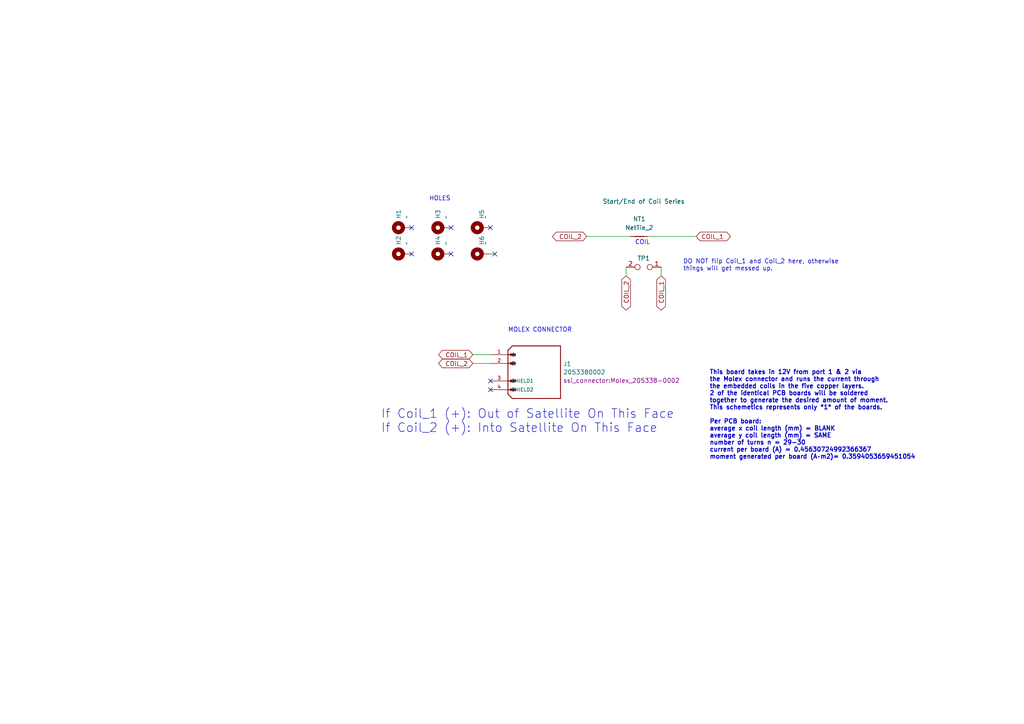
<source format=kicad_sch>
(kicad_sch (version 20231120) (generator "eeschema") (generator_version "8.0")
  (paper "A4")
  (title_block (title "Magneton") (date "2024-11-09") (rev "2.0") (comment 1 "Designed by: Eric Liu"))
  (lib_symbols
    (symbol "Device:NetTie_2" (pin_numbers hide) (pin_names (offset 0) hide) (in_bom no)
      (property "Reference" "NT" (at 0 1.27 0))
      (property "Value" "NetTie_2" (at 0 -1.27 0))
      (symbol "NetTie_2_0_1"
        (polyline (pts (xy -1.27 0) (xy 1.27 0)) (stroke (width 0.254)))
      )
      (symbol "NetTie_2_1_1"
        (pin passive line (at -2.54 0 0) (length 2.54) (name "1") (number "1"))
        (pin passive line (at 2.54 0 180) (length 2.54) (name "2") (number "2"))
      )
    )
    (symbol "Mechanical:MountingHole_Pad" (pin_numbers hide) (pin_names (offset 1.016) hide)
      (property "Reference" "H" (at 0 6.35 0))
      (property "Value" "MountingHole_Pad" (at 0 4.445 0))
      (symbol "MountingHole_Pad_0_1"
        (circle (center 0 1.27) (radius 1.27) (stroke (width 1.27)))
      )
      (symbol "MountingHole_Pad_1_1"
        (pin input line (at 0 -2.54 90) (length 2.54) (name "1") (number "1"))
      )
    )
    (symbol "ssi_connector:205338-0002" (pin_names (offset 1.016))
      (property "Reference" "J*" (at 8.89 2.54 0))
      (property "Value" "205338-0002" (at 8.89 0 0))
      (property "Footprint" "ssi_connector:Molex_205338-0002" (at 8.89 -2.54 0))
      (symbol "205338-0002_0_0"
        (rectangle (start -6.985 -5.3975) (end -5.3975 -4.7625) (stroke (width 0.1)) (fill (type outline)))
        (rectangle (start -6.985 -2.8575) (end -5.3975 -2.2225) (stroke (width 0.1)) (fill (type outline)))
        (rectangle (start -6.985 2.2225) (end -5.3975 2.8575) (stroke (width 0.1)) (fill (type outline)))
        (rectangle (start -6.985 4.7625) (end -5.3975 5.3975) (stroke (width 0.1)) (fill (type outline)))
        (polyline (pts (xy -7.62 -6.35) (xy -6.35 -7.62)) (stroke (width 0.254)))
        (polyline (pts (xy -7.62 -5.08) (xy -5.715 -5.08)) (stroke (width 0.254)))
        (polyline (pts (xy -7.62 -2.54) (xy -5.715 -2.54)) (stroke (width 0.254)))
        (polyline (pts (xy -7.62 2.54) (xy -5.715 2.54)) (stroke (width 0.254)))
        (polyline (pts (xy -7.62 5.08) (xy -5.715 5.08)) (stroke (width 0.254)))
        (polyline (pts (xy -7.62 6.35) (xy -7.62 -6.35)) (stroke (width 0.254)))
        (polyline (pts (xy -7.62 6.35) (xy -6.35 7.62)) (stroke (width 0.254)))
        (polyline (pts (xy -6.35 -7.62) (xy 7.62 -7.62)) (stroke (width 0.254)))
        (polyline (pts (xy 7.62 -7.62) (xy 7.62 7.62)) (stroke (width 0.254)))
        (polyline (pts (xy 7.62 7.62) (xy -6.35 7.62)) (stroke (width 0.254)))
        (pin passive line (at -12.7 5.08 0) (length 5.08) (name "1") (number "1"))
        (pin passive line (at -12.7 2.54 0) (length 5.08) (name "2") (number "2"))
        (pin passive line (at -12.7 -2.54 0) (length 5.08) (name "SHIELD1") (number "3"))
        (pin passive line (at -12.7 -5.08 0) (length 5.08) (name "SHIELD2") (number "4"))
      )
    )
    (symbol "ssi_connector:TestPointConnection" (pin_names (offset 0.762) hide)
      (property "Reference" "TP" (at 0 1.524 0))
      (property "Value" "TestPointConnection" (at 0 -1.778 0))
      (symbol "TestPointConnection_0_1"
        (circle (center -1.778 0) (radius 0.762))
        (circle (center 1.778 0) (radius 0.762))
        (pin passive line (at -5.08 0 0) (length 2.54) (name "1") (number "1"))
        (pin passive line (at 5.08 0 180) (length 2.54) (name "2") (number "2"))
      )
    )
  )
  (no_connect (at 130.81 66.04))
  (no_connect (at 119.38 66.04))
  (no_connect (at 130.81 73.66))
  (no_connect (at 142.24 113.03))
  (no_connect (at 143.51 73.66))
  (no_connect (at 142.24 110.49))
  (no_connect (at 142.24 66.04))
  (no_connect (at 119.38 73.66))
  (wire (pts (xy 191.77 80.01) (xy 191.77 77.47)))
  (wire (pts (xy 137.16 102.87) (xy 142.24 102.87)))
  (wire (pts (xy 201.93 68.58) (xy 187.96 68.58)))
  (wire (pts (xy 181.61 80.01) (xy 181.61 77.47)))
  (wire (pts (xy 143.51 73.66) (xy 142.24 73.66)))
  (wire (pts (xy 170.18 68.58) (xy 182.88 68.58)))
  (wire (pts (xy 137.16 105.41) (xy 142.24 105.41)))
  (text "If Coil_1 (+): Out of Satellite On This Face\nIf Coil_2 (+): Into Satellite On This Face" (at 110.49 125.73 0) (effects (font (size 2.54 2.54)) (justify left bottom)))
  (text "MOLEX CONNECTOR\n" (at 147.32 96.52 0) (effects (font (size 1.27 1.27)) (justify left bottom)))
  (text "This board takes in 12V from port 1 & 2 via \nthe Molex connector and runs the current through \nthe embedded coils in the five copper layers. \n2 of the identical PCB boards will be soldered \ntogether to generate the desired amount of moment. \nThis schemetics represents only *1* of the boards. \n\nPer PCB board: \naverage x coil length (mm) = BLANK\naverage y coil length (mm) = SAME\nnumber of turns n = 29-30\ncurrent per board (A) = 0.45630724992366367\nmoment generated per board (A⋅m2)= 0.3594053659451054" (at 205.74 133.35 0) (effects (font (size 1.27 1.27) (thickness 0.254) (bold yes)) (justify left bottom)))
  (text "COIL" (at 184.15 71.12 0) (effects (font (size 1.27 1.27)) (justify left bottom)))
  (text "DO NOT flip Coil_1 and Coil_2 here, otherwise\nthings will get messed up." (at 198.12 78.74 0) (effects (font (size 1.27 1.27)) (justify left bottom)))
  (text "HOLES" (at 124.46 58.42 0) (effects (font (size 1.27 1.27)) (justify left bottom)))
  (global_label "COIL_2" (shape bidirectional) (at 137.16 105.41 180) (property "Intersheetrefs" "${INTERSHEET_REFS}" (effects (hide yes))))
  (global_label "COIL_1" (shape bidirectional) (at 137.16 102.87 180) (property "Intersheetrefs" "${INTERSHEET_REFS}" (effects (hide yes))))
  (global_label "COIL_2" (shape bidirectional) (at 170.18 68.58 180) (property "Intersheetrefs" "${INTERSHEET_REFS}" (effects (hide yes))))
  (global_label "COIL_2" (shape bidirectional) (at 181.61 80.01 270) (property "Intersheetrefs" "${INTERSHEET_REFS}" (effects (hide yes))))
  (global_label "COIL_1" (shape bidirectional) (at 191.77 80.01 270) (property "Intersheetrefs" "${INTERSHEET_REFS}" (effects (hide yes))))
  (global_label "COIL_1" (shape bidirectional) (at 201.93 68.58 0) (property "Intersheetrefs" "${INTERSHEET_REFS}" (effects (hide yes))))
  (symbol (lib_id "Device:NetTie_2") (at 185.42 68.58 0) (unit 1) (in_bom no)
    (property "Reference" "NT1" (at 185.42 63.5 0))
    (property "Value" "NetTie_2" (at 185.42 66.04 0))
    (property "Footprint" "NetTie:NetTie-2_SMD_Pad0.5mm" (effects (hide yes)))
  )
  (symbol (lib_id "ssi_connector:TestPointConnection") (at 186.69 77.47 180) (unit 1)
    (property "Reference" "TP1" (at 186.69 74.93 0))
    (property "Value" "Start/End of Coil Series" (at 186.69 58.42 0))
    (property "Footprint" "ssi_connector:TestPointConnection" (effects (hide yes)))
    (property "Description" "2-polar test point" (effects (hide yes)))
  )
  (symbol (lib_id "ssi_connector:205338-0002") (at 154.94 107.95 0) (unit 1)
    (property "Reference" "J1" (at 163.322 105.5257 0) (effects (justify left)))
    (property "Value" "2053380002" (at 163.322 107.95 0) (effects (justify left)))
    (property "Footprint" "ssi_connector:Molex_205338-0002" (at 163.322 110.3743 0) (effects (justify left)))
    (property "PARTREV" "B" (effects (hide yes)))
    (property "STANDARD" "Manufacturer Recommendations" (effects (hide yes)))
    (property "MAXIMUM_PACKAGE_HEIGHT" "2.6 mm" (effects (hide yes)))
    (property "MANUFACTURER" "Molex" (effects (hide yes)))
  )
  (symbol (lib_id "Mechanical:MountingHole_Pad") (at 139.7 73.66 90) (unit 1) (in_bom no)
    (property "Reference" "H6" (at 139.7254 71.12 0) (effects (justify left)))
    (property "Value" "~" (at 140.7668 71.12 0) (effects (justify left)))
    (property "Footprint" "MountingHole:MountingHole_2.2mm_M2_DIN965_Pad_TopBottom" (effects (hide yes)))
  )
  (symbol (lib_id "Mechanical:MountingHole_Pad") (at 128.27 66.04 90) (unit 1) (in_bom no)
    (property "Reference" "H3" (at 127.0254 63.5 0) (effects (justify left)))
    (property "Value" "~" (at 129.3368 63.5 0) (effects (justify left)))
    (property "Footprint" "MountingHole:MountingHole_2.2mm_M2_DIN965_Pad_TopBottom" (effects (hide yes)))
  )
  (symbol (lib_id "Mechanical:MountingHole_Pad") (at 116.84 73.66 90) (unit 1) (in_bom no)
    (property "Reference" "H2" (at 115.5954 71.12 0) (effects (justify left)))
    (property "Value" "~" (at 117.9068 71.12 0) (effects (justify left)))
    (property "Footprint" "MountingHole:MountingHole_2.2mm_M2_DIN965_Pad_TopBottom" (effects (hide yes)))
  )
  (symbol (lib_id "Mechanical:MountingHole_Pad") (at 116.84 66.04 90) (unit 1) (in_bom no)
    (property "Reference" "H1" (at 115.5954 63.5 0) (effects (justify left)))
    (property "Value" "~" (at 117.9068 63.5 0) (effects (justify left)))
    (property "Footprint" "MountingHole:MountingHole_2.2mm_M2_DIN965_Pad_TopBottom" (effects (hide yes)))
  )
  (symbol (lib_id "Mechanical:MountingHole_Pad") (at 128.27 73.66 90) (unit 1) (in_bom no)
    (property "Reference" "H4" (at 127.0254 71.12 0) (effects (justify left)))
    (property "Value" "~" (at 129.3368 71.12 0) (effects (justify left)))
    (property "Footprint" "MountingHole:MountingHole_2.2mm_M2_DIN965_Pad_TopBottom" (effects (hide yes)))
  )
  (symbol (lib_id "Mechanical:MountingHole_Pad") (at 139.7 66.04 90) (unit 1) (in_bom no)
    (property "Reference" "H5" (at 139.7254 63.5 0) (effects (justify left)))
    (property "Value" "~" (at 140.7668 63.5 0) (effects (justify left)))
    (property "Footprint" "MountingHole:MountingHole_2.2mm_M2_DIN965_Pad_TopBottom" (effects (hide yes)))
  )
)
</source>
